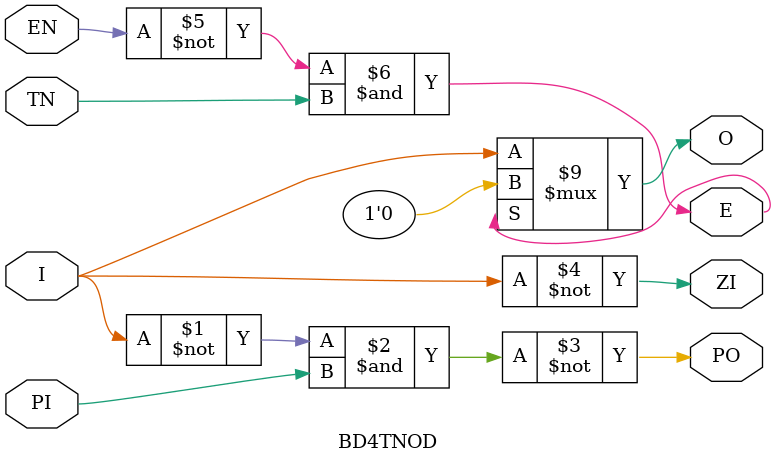
<source format=sv>
module BD4TNOD
(
    input   I,
    input   EN,
    input   TN,
    input   PI,
    output  O,
    output  E,
    output  ZI,
    output  PO
);

assign PO = ~((~I) & PI);
assign ZI = ~I;
assign E = ~(~((~EN) & TN));
assign O = E ? 1'b0 : I;

endmodule

</source>
